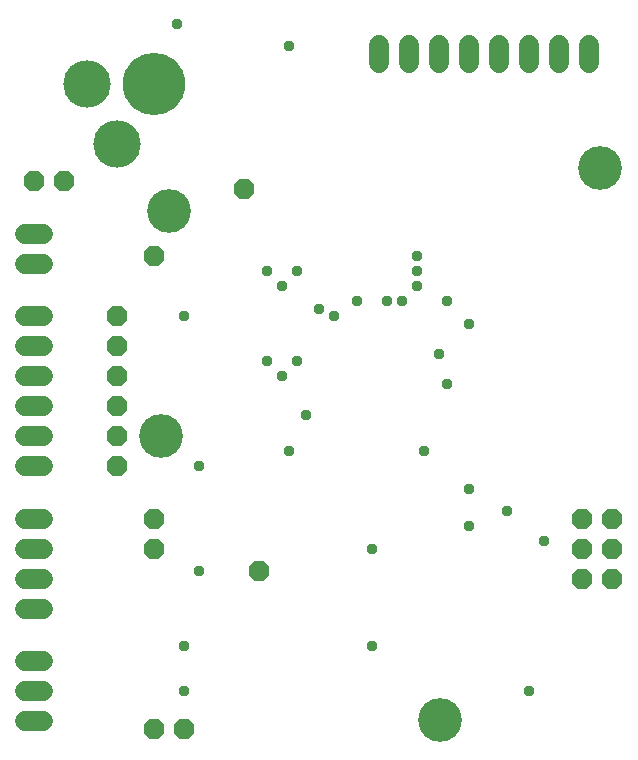
<source format=gbr>
G04 EAGLE Gerber RS-274X export*
G75*
%MOMM*%
%FSLAX34Y34*%
%LPD*%
%INSoldermask Bottom*%
%IPPOS*%
%AMOC8*
5,1,8,0,0,1.08239X$1,22.5*%
G01*
%ADD10C,3.703200*%
%ADD11P,1.869504X8X22.500000*%
%ADD12P,1.869504X8X112.500000*%
%ADD13C,4.013200*%
%ADD14C,5.283200*%
%ADD15C,1.711200*%
%ADD16C,0.959600*%


D10*
X164824Y279400D03*
X536161Y506896D03*
X171450Y469900D03*
X401016Y39204D03*
D11*
X158750Y31750D03*
X184150Y31750D03*
D12*
X546100Y158750D03*
X520700Y158750D03*
X546100Y184150D03*
X520700Y184150D03*
X546100Y209550D03*
X520700Y209550D03*
D11*
X127000Y254000D03*
X127000Y381000D03*
X127000Y279400D03*
X127000Y304800D03*
X127000Y330200D03*
X127000Y355600D03*
X158750Y431800D03*
X234950Y488950D03*
X247650Y165100D03*
X57150Y495300D03*
X158750Y209550D03*
X158750Y184150D03*
D13*
X101600Y577850D03*
X127000Y527050D03*
D14*
X158750Y577850D03*
D11*
X82550Y495300D03*
D15*
X64690Y254000D02*
X49610Y254000D01*
X49610Y279400D02*
X64690Y279400D01*
X64690Y304800D02*
X49610Y304800D01*
X49610Y330200D02*
X64690Y330200D01*
X64690Y355600D02*
X49610Y355600D01*
X49610Y381000D02*
X64690Y381000D01*
X64690Y133350D02*
X49610Y133350D01*
X49610Y158750D02*
X64690Y158750D01*
X64690Y184150D02*
X49610Y184150D01*
X49610Y209550D02*
X64690Y209550D01*
X64690Y38100D02*
X49610Y38100D01*
X49610Y63500D02*
X64690Y63500D01*
X64690Y88900D02*
X49610Y88900D01*
X49610Y425450D02*
X64690Y425450D01*
X64690Y450850D02*
X49610Y450850D01*
X527050Y595710D02*
X527050Y610790D01*
X501650Y610790D02*
X501650Y595710D01*
X476250Y595710D02*
X476250Y610790D01*
X450850Y610790D02*
X450850Y595710D01*
X425450Y595710D02*
X425450Y610790D01*
X400050Y610790D02*
X400050Y595710D01*
X374650Y595710D02*
X374650Y610790D01*
X349250Y610790D02*
X349250Y595710D01*
D16*
X425450Y374650D03*
X425450Y203200D03*
X342900Y101600D03*
X425450Y234950D03*
X400050Y349250D03*
X406400Y323850D03*
X476250Y63500D03*
X196850Y165100D03*
X196850Y254000D03*
X273050Y266700D03*
X387350Y266700D03*
X457200Y215900D03*
X488950Y190500D03*
X342900Y184150D03*
X406400Y393700D03*
X311150Y381000D03*
X254000Y342900D03*
X254000Y419100D03*
X381000Y431800D03*
X266700Y330200D03*
X266700Y406400D03*
X381000Y406400D03*
X279400Y342900D03*
X279400Y419100D03*
X381000Y419100D03*
X330200Y393700D03*
X286900Y297300D03*
X184150Y63500D03*
X184150Y101600D03*
X298450Y387350D03*
X368300Y393700D03*
X355600Y393700D03*
X184150Y381000D03*
X177800Y628650D03*
X273050Y609600D03*
M02*

</source>
